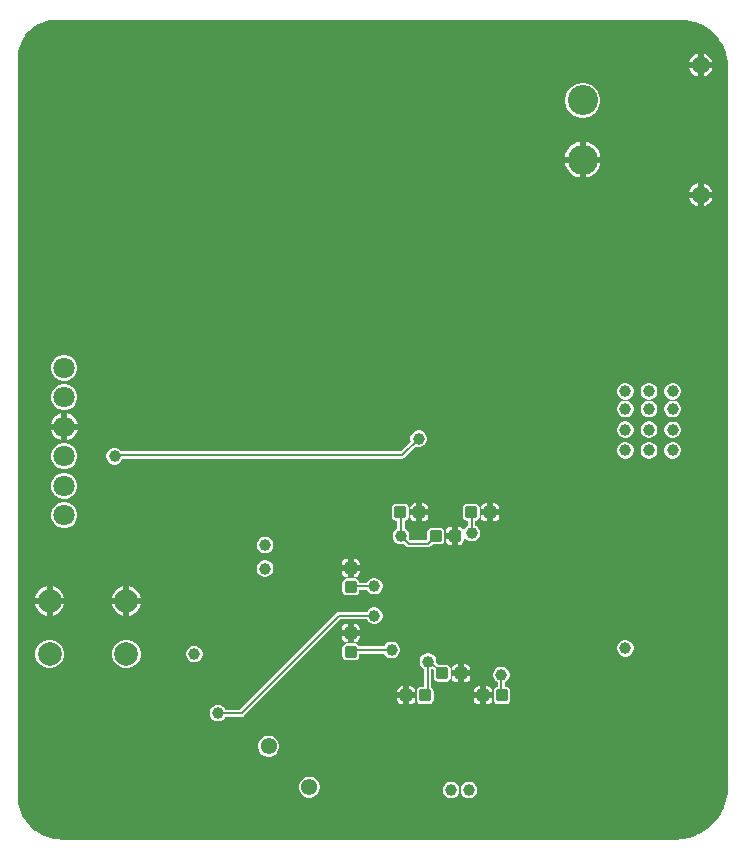
<source format=gbl>
G04*
G04 #@! TF.GenerationSoftware,Altium Limited,Altium Designer,24.4.1 (13)*
G04*
G04 Layer_Physical_Order=4*
G04 Layer_Color=16711680*
%FSLAX25Y25*%
%MOIN*%
G70*
G04*
G04 #@! TF.SameCoordinates,15B434A4-4527-47F9-A3CB-D7505B607EAD*
G04*
G04*
G04 #@! TF.FilePolarity,Positive*
G04*
G01*
G75*
%ADD11C,0.00787*%
G04:AMPARAMS|DCode=31|XSize=39.37mil|YSize=39.37mil|CornerRadius=4.92mil|HoleSize=0mil|Usage=FLASHONLY|Rotation=90.000|XOffset=0mil|YOffset=0mil|HoleType=Round|Shape=RoundedRectangle|*
%AMROUNDEDRECTD31*
21,1,0.03937,0.02953,0,0,90.0*
21,1,0.02953,0.03937,0,0,90.0*
1,1,0.00984,0.01476,0.01476*
1,1,0.00984,0.01476,-0.01476*
1,1,0.00984,-0.01476,-0.01476*
1,1,0.00984,-0.01476,0.01476*
%
%ADD31ROUNDEDRECTD31*%
G04:AMPARAMS|DCode=33|XSize=39.37mil|YSize=39.37mil|CornerRadius=4.92mil|HoleSize=0mil|Usage=FLASHONLY|Rotation=180.000|XOffset=0mil|YOffset=0mil|HoleType=Round|Shape=RoundedRectangle|*
%AMROUNDEDRECTD33*
21,1,0.03937,0.02953,0,0,180.0*
21,1,0.02953,0.03937,0,0,180.0*
1,1,0.00984,-0.01476,0.01476*
1,1,0.00984,0.01476,0.01476*
1,1,0.00984,0.01476,-0.01476*
1,1,0.00984,-0.01476,-0.01476*
%
%ADD33ROUNDEDRECTD33*%
%ADD66C,0.05433*%
%ADD67C,0.07087*%
%ADD68C,0.10039*%
%ADD69C,0.05906*%
%ADD70C,0.07874*%
%ADD71C,0.03937*%
G36*
X320516Y494859D02*
X320866Y494859D01*
X321214Y494852D01*
X323000Y494712D01*
X323445Y494653D01*
X325671Y494119D01*
X327925Y493185D01*
X329878Y491989D01*
X330234Y491715D01*
X331657Y490500D01*
X332035Y490122D01*
X333251Y488698D01*
X333524Y488342D01*
X334720Y486390D01*
X335654Y484136D01*
X336189Y481909D01*
X336247Y481464D01*
X336388Y479678D01*
X336394Y479331D01*
D01*
X336394Y478989D01*
Y239173D01*
X336394Y239173D01*
X336394Y239173D01*
X336382Y238828D01*
X336266Y237049D01*
X336224Y236730D01*
X335840Y234801D01*
X335756Y234489D01*
X335124Y232627D01*
X335001Y232328D01*
X334131Y230565D01*
X333969Y230285D01*
X332877Y228650D01*
X332680Y228394D01*
X331384Y226915D01*
X331155Y226687D01*
X329677Y225390D01*
X329421Y225194D01*
X327786Y224101D01*
X327506Y223940D01*
X325742Y223070D01*
X325444Y222947D01*
X323582Y222315D01*
X323270Y222231D01*
X321341Y221847D01*
X321022Y221805D01*
X319059Y221677D01*
X318898D01*
X318898Y221677D01*
X114173D01*
X114173Y221677D01*
Y221677D01*
X113827Y221686D01*
X112143Y221818D01*
X111774Y221867D01*
X109673Y222371D01*
X107562Y223246D01*
X105720Y224375D01*
X105425Y224601D01*
X104051Y225775D01*
X103728Y226098D01*
X102554Y227473D01*
X102328Y227767D01*
X101198Y229609D01*
X100324Y231721D01*
X99820Y233822D01*
X99771Y234190D01*
X99639Y235874D01*
X99629Y236220D01*
X99629D01*
X99629Y481933D01*
X99629Y482283D01*
X99629Y482283D01*
X99645Y482627D01*
X99761Y484108D01*
X99789Y484323D01*
X100234Y486173D01*
X100989Y487998D01*
X101983Y489620D01*
X102115Y489792D01*
X103206Y491069D01*
X103419Y491282D01*
X104696Y492373D01*
X104868Y492505D01*
X106490Y493499D01*
X108315Y494255D01*
X110165Y494699D01*
X110380Y494727D01*
X111861Y494844D01*
X112205Y494859D01*
X112205Y494859D01*
X320516Y494859D01*
D02*
G37*
%LPC*%
G36*
X328295Y483663D02*
Y480839D01*
X331119D01*
X330979Y481364D01*
X330458Y482266D01*
X329722Y483002D01*
X328821Y483522D01*
X328295Y483663D01*
D02*
G37*
G36*
X326295Y483663D02*
X325770Y483522D01*
X324868Y483002D01*
X324132Y482266D01*
X323612Y481364D01*
X323471Y480839D01*
X326295D01*
Y483663D01*
D02*
G37*
G36*
X331119Y478839D02*
X328295D01*
Y476014D01*
X328821Y476155D01*
X329722Y476676D01*
X330458Y477412D01*
X330979Y478313D01*
X331119Y478839D01*
D02*
G37*
G36*
X326295D02*
X323471D01*
X323612Y478313D01*
X324132Y477412D01*
X324868Y476676D01*
X325770Y476155D01*
X326295Y476014D01*
Y478839D01*
D02*
G37*
G36*
X288497Y473835D02*
X287353D01*
X286231Y473611D01*
X285174Y473174D01*
X284223Y472538D01*
X283415Y471729D01*
X282779Y470778D01*
X282341Y469721D01*
X282118Y468600D01*
Y467456D01*
X282341Y466334D01*
X282779Y465277D01*
X283415Y464326D01*
X284223Y463517D01*
X285174Y462881D01*
X286231Y462444D01*
X287353Y462220D01*
X288497D01*
X289619Y462444D01*
X290676Y462881D01*
X291627Y463517D01*
X292436Y464326D01*
X293071Y465277D01*
X293509Y466334D01*
X293732Y467456D01*
Y468600D01*
X293509Y469721D01*
X293071Y470778D01*
X292436Y471729D01*
X291627Y472538D01*
X290676Y473174D01*
X289619Y473611D01*
X288497Y473835D01*
D02*
G37*
G36*
X288925Y454281D02*
Y449342D01*
X293864D01*
X293713Y450098D01*
X293260Y451194D01*
X292601Y452180D01*
X291762Y453018D01*
X290777Y453677D01*
X289681Y454131D01*
X288925Y454281D01*
D02*
G37*
G36*
X286925D02*
X286169Y454131D01*
X285074Y453677D01*
X284088Y453018D01*
X283249Y452180D01*
X282591Y451194D01*
X282137Y450098D01*
X281986Y449342D01*
X286925D01*
Y454281D01*
D02*
G37*
G36*
X293864Y447342D02*
X288925D01*
Y442404D01*
X289681Y442554D01*
X290777Y443008D01*
X291762Y443667D01*
X292601Y444505D01*
X293260Y445491D01*
X293713Y446587D01*
X293864Y447342D01*
D02*
G37*
G36*
X286925D02*
X281986D01*
X282137Y446587D01*
X282591Y445491D01*
X283249Y444505D01*
X284088Y443667D01*
X285074Y443008D01*
X286169Y442554D01*
X286925Y442404D01*
Y447342D01*
D02*
G37*
G36*
X328295Y440356D02*
Y437532D01*
X331119D01*
X330979Y438057D01*
X330458Y438959D01*
X329722Y439694D01*
X328821Y440215D01*
X328295Y440356D01*
D02*
G37*
G36*
X326295D02*
X325770Y440215D01*
X324868Y439694D01*
X324132Y438959D01*
X323612Y438057D01*
X323471Y437532D01*
X326295D01*
Y440356D01*
D02*
G37*
G36*
Y435532D02*
X323471D01*
X323612Y435006D01*
X324132Y434104D01*
X324868Y433368D01*
X325770Y432848D01*
X326295Y432707D01*
Y435532D01*
D02*
G37*
G36*
X331119D02*
X328295D01*
Y432707D01*
X328821Y432848D01*
X329722Y433368D01*
X330458Y434104D01*
X330979Y435006D01*
X331119Y435532D01*
D02*
G37*
G36*
X115728Y383268D02*
X114587D01*
X113486Y382973D01*
X112498Y382402D01*
X111692Y381596D01*
X111122Y380609D01*
X110827Y379507D01*
Y378367D01*
X111122Y377265D01*
X111692Y376278D01*
X112498Y375472D01*
X113486Y374901D01*
X114587Y374606D01*
X115728D01*
X116829Y374901D01*
X117817Y375472D01*
X118623Y376278D01*
X119193Y377265D01*
X119488Y378367D01*
Y379507D01*
X119193Y380609D01*
X118623Y381596D01*
X117817Y382402D01*
X116829Y382973D01*
X115728Y383268D01*
D02*
G37*
G36*
X318276Y373819D02*
X317551D01*
X316850Y373631D01*
X316221Y373268D01*
X315708Y372755D01*
X315345Y372127D01*
X315158Y371426D01*
Y370700D01*
X315345Y369999D01*
X315708Y369371D01*
X316221Y368858D01*
X316850Y368495D01*
X317551Y368307D01*
X318276D01*
X318977Y368495D01*
X319605Y368858D01*
X320119Y369371D01*
X320481Y369999D01*
X320669Y370700D01*
Y371426D01*
X320481Y372127D01*
X320119Y372755D01*
X319605Y373268D01*
X318977Y373631D01*
X318276Y373819D01*
D02*
G37*
G36*
X310402D02*
X309677D01*
X308976Y373631D01*
X308347Y373268D01*
X307834Y372755D01*
X307471Y372127D01*
X307283Y371426D01*
Y370700D01*
X307471Y369999D01*
X307834Y369371D01*
X308347Y368858D01*
X308976Y368495D01*
X309677Y368307D01*
X310402D01*
X311103Y368495D01*
X311732Y368858D01*
X312245Y369371D01*
X312608Y369999D01*
X312795Y370700D01*
Y371426D01*
X312608Y372127D01*
X312245Y372755D01*
X311732Y373268D01*
X311103Y373631D01*
X310402Y373819D01*
D02*
G37*
G36*
X302528D02*
X301802D01*
X301102Y373631D01*
X300473Y373268D01*
X299960Y372755D01*
X299597Y372127D01*
X299410Y371426D01*
Y370700D01*
X299597Y369999D01*
X299960Y369371D01*
X300473Y368858D01*
X301102Y368495D01*
X301802Y368307D01*
X302528D01*
X303229Y368495D01*
X303857Y368858D01*
X304371Y369371D01*
X304733Y369999D01*
X304921Y370700D01*
Y371426D01*
X304733Y372127D01*
X304371Y372755D01*
X303857Y373268D01*
X303229Y373631D01*
X302528Y373819D01*
D02*
G37*
G36*
X115728Y373425D02*
X114587D01*
X113486Y373130D01*
X112498Y372560D01*
X111692Y371754D01*
X111122Y370766D01*
X110827Y369665D01*
Y368524D01*
X111122Y367423D01*
X111692Y366435D01*
X112498Y365629D01*
X113486Y365059D01*
X114587Y364764D01*
X115728D01*
X116829Y365059D01*
X117817Y365629D01*
X118623Y366435D01*
X119193Y367423D01*
X119488Y368524D01*
Y369665D01*
X119193Y370766D01*
X118623Y371754D01*
X117817Y372560D01*
X116829Y373130D01*
X115728Y373425D01*
D02*
G37*
G36*
X310402Y367929D02*
X309677D01*
X308976Y367741D01*
X308347Y367378D01*
X307834Y366865D01*
X307471Y366237D01*
X307283Y365536D01*
Y364810D01*
X307471Y364109D01*
X307834Y363481D01*
X308347Y362968D01*
X308976Y362605D01*
X309677Y362417D01*
X310402D01*
X311103Y362605D01*
X311732Y362968D01*
X312245Y363481D01*
X312608Y364109D01*
X312795Y364810D01*
Y365536D01*
X312608Y366237D01*
X312245Y366865D01*
X311732Y367378D01*
X311103Y367741D01*
X310402Y367929D01*
D02*
G37*
G36*
X302528D02*
X301802D01*
X301102Y367741D01*
X300473Y367378D01*
X299960Y366865D01*
X299597Y366237D01*
X299410Y365536D01*
Y364810D01*
X299597Y364109D01*
X299960Y363481D01*
X300473Y362968D01*
X301102Y362605D01*
X301802Y362417D01*
X302528D01*
X303229Y362605D01*
X303857Y362968D01*
X304371Y363481D01*
X304733Y364109D01*
X304921Y364810D01*
Y365536D01*
X304733Y366237D01*
X304371Y366865D01*
X303857Y367378D01*
X303229Y367741D01*
X302528Y367929D01*
D02*
G37*
G36*
X318276Y367913D02*
X317551D01*
X316850Y367726D01*
X316221Y367363D01*
X315708Y366850D01*
X315345Y366221D01*
X315158Y365520D01*
Y364795D01*
X315345Y364094D01*
X315708Y363465D01*
X316221Y362952D01*
X316850Y362589D01*
X317551Y362402D01*
X318276D01*
X318977Y362589D01*
X319605Y362952D01*
X320119Y363465D01*
X320481Y364094D01*
X320669Y364795D01*
Y365520D01*
X320481Y366221D01*
X320119Y366850D01*
X319605Y367363D01*
X318977Y367726D01*
X318276Y367913D01*
D02*
G37*
G36*
X116157Y363688D02*
Y360252D01*
X119593D01*
X119391Y361006D01*
X118793Y362042D01*
X117947Y362888D01*
X116911Y363486D01*
X116157Y363688D01*
D02*
G37*
G36*
X114157D02*
X113404Y363486D01*
X112368Y362888D01*
X111522Y362042D01*
X110924Y361006D01*
X110722Y360252D01*
X114157D01*
Y363688D01*
D02*
G37*
G36*
X310402Y361024D02*
X309677D01*
X308976Y360836D01*
X308347Y360473D01*
X307834Y359960D01*
X307471Y359331D01*
X307283Y358630D01*
Y357905D01*
X307471Y357204D01*
X307834Y356576D01*
X308347Y356062D01*
X308976Y355700D01*
X309677Y355512D01*
X310402D01*
X311103Y355700D01*
X311732Y356062D01*
X312245Y356576D01*
X312608Y357204D01*
X312795Y357905D01*
Y358630D01*
X312608Y359331D01*
X312245Y359960D01*
X311732Y360473D01*
X311103Y360836D01*
X310402Y361024D01*
D02*
G37*
G36*
X302528D02*
X301802D01*
X301102Y360836D01*
X300473Y360473D01*
X299960Y359960D01*
X299597Y359331D01*
X299410Y358630D01*
Y357905D01*
X299597Y357204D01*
X299960Y356576D01*
X300473Y356062D01*
X301102Y355700D01*
X301802Y355512D01*
X302528D01*
X303229Y355700D01*
X303857Y356062D01*
X304371Y356576D01*
X304733Y357204D01*
X304921Y357905D01*
Y358630D01*
X304733Y359331D01*
X304371Y359960D01*
X303857Y360473D01*
X303229Y360836D01*
X302528Y361024D01*
D02*
G37*
G36*
X318276Y361008D02*
X317551D01*
X316850Y360820D01*
X316221Y360457D01*
X315708Y359944D01*
X315345Y359316D01*
X315158Y358615D01*
Y357889D01*
X315345Y357188D01*
X315708Y356560D01*
X316221Y356047D01*
X316850Y355684D01*
X317551Y355496D01*
X318276D01*
X318977Y355684D01*
X319605Y356047D01*
X320119Y356560D01*
X320481Y357188D01*
X320669Y357889D01*
Y358615D01*
X320481Y359316D01*
X320119Y359944D01*
X319605Y360457D01*
X318977Y360820D01*
X318276Y361008D01*
D02*
G37*
G36*
X119593Y358252D02*
X116157D01*
Y354816D01*
X116911Y355018D01*
X117947Y355616D01*
X118793Y356462D01*
X119391Y357498D01*
X119593Y358252D01*
D02*
G37*
G36*
X114157D02*
X110722D01*
X110924Y357498D01*
X111522Y356462D01*
X112368Y355616D01*
X113404Y355018D01*
X114157Y354816D01*
Y358252D01*
D02*
G37*
G36*
X233630Y358071D02*
X232905D01*
X232204Y357883D01*
X231576Y357520D01*
X231062Y357007D01*
X230700Y356379D01*
X230512Y355678D01*
Y354952D01*
X230658Y354408D01*
X227273Y351023D01*
X134140D01*
X134095Y351102D01*
X133582Y351615D01*
X132954Y351977D01*
X132253Y352165D01*
X131527D01*
X130826Y351977D01*
X130198Y351615D01*
X129684Y351102D01*
X129322Y350473D01*
X129134Y349772D01*
Y349047D01*
X129322Y348346D01*
X129684Y347717D01*
X130198Y347204D01*
X130826Y346841D01*
X131527Y346654D01*
X132253D01*
X132954Y346841D01*
X133582Y347204D01*
X134095Y347717D01*
X134458Y348346D01*
X134530Y348615D01*
X227772D01*
X227772Y348615D01*
X228233Y348706D01*
X228623Y348967D01*
X232361Y352705D01*
X232905Y352559D01*
X233630D01*
X234331Y352747D01*
X234960Y353110D01*
X235473Y353623D01*
X235836Y354251D01*
X236024Y354952D01*
Y355678D01*
X235836Y356379D01*
X235473Y357007D01*
X234960Y357520D01*
X234331Y357883D01*
X233630Y358071D01*
D02*
G37*
G36*
X310402Y354150D02*
X309677D01*
X308976Y353962D01*
X308347Y353599D01*
X307834Y353086D01*
X307471Y352457D01*
X307283Y351757D01*
Y351031D01*
X307471Y350330D01*
X307834Y349702D01*
X308347Y349188D01*
X308976Y348826D01*
X309677Y348638D01*
X310402D01*
X311103Y348826D01*
X311732Y349188D01*
X312245Y349702D01*
X312608Y350330D01*
X312795Y351031D01*
Y351757D01*
X312608Y352457D01*
X312245Y353086D01*
X311732Y353599D01*
X311103Y353962D01*
X310402Y354150D01*
D02*
G37*
G36*
X302528D02*
X301802D01*
X301102Y353962D01*
X300473Y353599D01*
X299960Y353086D01*
X299597Y352457D01*
X299410Y351757D01*
Y351031D01*
X299597Y350330D01*
X299960Y349702D01*
X300473Y349188D01*
X301102Y348826D01*
X301802Y348638D01*
X302528D01*
X303229Y348826D01*
X303857Y349188D01*
X304371Y349702D01*
X304733Y350330D01*
X304921Y351031D01*
Y351757D01*
X304733Y352457D01*
X304371Y353086D01*
X303857Y353599D01*
X303229Y353962D01*
X302528Y354150D01*
D02*
G37*
G36*
X318276Y354134D02*
X317551D01*
X316850Y353946D01*
X316221Y353583D01*
X315708Y353070D01*
X315345Y352442D01*
X315158Y351741D01*
Y351015D01*
X315345Y350314D01*
X315708Y349686D01*
X316221Y349173D01*
X316850Y348810D01*
X317551Y348622D01*
X318276D01*
X318977Y348810D01*
X319605Y349173D01*
X320119Y349686D01*
X320481Y350314D01*
X320669Y351015D01*
Y351741D01*
X320481Y352442D01*
X320119Y353070D01*
X319605Y353583D01*
X318977Y353946D01*
X318276Y354134D01*
D02*
G37*
G36*
X115728Y353740D02*
X114587D01*
X113486Y353445D01*
X112498Y352875D01*
X111692Y352069D01*
X111122Y351081D01*
X110827Y349980D01*
Y348839D01*
X111122Y347738D01*
X111692Y346750D01*
X112498Y345944D01*
X113486Y345374D01*
X114587Y345079D01*
X115728D01*
X116829Y345374D01*
X117817Y345944D01*
X118623Y346750D01*
X119193Y347738D01*
X119488Y348839D01*
Y349980D01*
X119193Y351081D01*
X118623Y352069D01*
X117817Y352875D01*
X116829Y353445D01*
X115728Y353740D01*
D02*
G37*
G36*
Y343898D02*
X114587D01*
X113486Y343602D01*
X112498Y343032D01*
X111692Y342226D01*
X111122Y341238D01*
X110827Y340137D01*
Y338997D01*
X111122Y337895D01*
X111692Y336908D01*
X112498Y336102D01*
X113486Y335531D01*
X114587Y335236D01*
X115728D01*
X116829Y335531D01*
X117817Y336102D01*
X118623Y336908D01*
X119193Y337895D01*
X119488Y338997D01*
Y340137D01*
X119193Y341238D01*
X118623Y342226D01*
X117817Y343032D01*
X116829Y343602D01*
X115728Y343898D01*
D02*
G37*
G36*
X258563Y333706D02*
X258087D01*
Y331709D01*
X260084D01*
Y332185D01*
X259968Y332767D01*
X259639Y333261D01*
X259145Y333591D01*
X258563Y333706D01*
D02*
G37*
G36*
X234941D02*
X234465D01*
Y331709D01*
X236462D01*
Y332185D01*
X236347Y332767D01*
X236017Y333261D01*
X235523Y333591D01*
X234941Y333706D01*
D02*
G37*
G36*
X232465D02*
X231988D01*
X231406Y333591D01*
X230912Y333261D01*
X230583Y332767D01*
X230467Y332185D01*
Y331709D01*
X232465D01*
Y333706D01*
D02*
G37*
G36*
X256087D02*
X255610D01*
X255028Y333591D01*
X254535Y333261D01*
X254205Y332767D01*
X254089Y332185D01*
Y331709D01*
X256087D01*
Y333706D01*
D02*
G37*
G36*
X260084Y329709D02*
X258087D01*
Y327711D01*
X258563D01*
X259145Y327827D01*
X259639Y328156D01*
X259968Y328650D01*
X260084Y329232D01*
Y329709D01*
D02*
G37*
G36*
X256087D02*
X254089D01*
Y329232D01*
X254205Y328650D01*
X254535Y328156D01*
X255028Y327827D01*
X255610Y327711D01*
X256087D01*
Y329709D01*
D02*
G37*
G36*
X236462D02*
X234465D01*
Y327711D01*
X234941D01*
X235523Y327827D01*
X236017Y328156D01*
X236347Y328650D01*
X236462Y329232D01*
Y329709D01*
D02*
G37*
G36*
X232465D02*
X230467D01*
Y329232D01*
X230583Y328650D01*
X230912Y328156D01*
X231406Y327827D01*
X231988Y327711D01*
X232465D01*
Y329709D01*
D02*
G37*
G36*
X115728Y334055D02*
X114587D01*
X113486Y333760D01*
X112498Y333190D01*
X111692Y332383D01*
X111122Y331396D01*
X110827Y330295D01*
Y329154D01*
X111122Y328053D01*
X111692Y327065D01*
X112498Y326259D01*
X113486Y325689D01*
X114587Y325394D01*
X115728D01*
X116829Y325689D01*
X117817Y326259D01*
X118623Y327065D01*
X119193Y328053D01*
X119488Y329154D01*
Y330295D01*
X119193Y331396D01*
X118623Y332383D01*
X117817Y333190D01*
X116829Y333760D01*
X115728Y334055D01*
D02*
G37*
G36*
X252264Y333490D02*
X249311D01*
X248812Y333390D01*
X248389Y333107D01*
X248106Y332684D01*
X248006Y332185D01*
Y329232D01*
X248106Y328733D01*
X248389Y328310D01*
X248812Y328027D01*
X249311Y327928D01*
X249780D01*
Y326306D01*
X249292Y326024D01*
X248779Y325511D01*
X248480Y324993D01*
X248428Y324977D01*
X248138Y324976D01*
X248092Y324991D01*
X247828Y325387D01*
X247334Y325717D01*
X246752Y325832D01*
X246276D01*
Y322835D01*
Y319837D01*
X246752D01*
X247334Y319953D01*
X247828Y320283D01*
X248158Y320776D01*
X248273Y321358D01*
Y322303D01*
X248623Y322396D01*
X248779Y322127D01*
X249292Y321614D01*
X249921Y321251D01*
X250621Y321063D01*
X251347D01*
X252048Y321251D01*
X252676Y321614D01*
X253189Y322127D01*
X253552Y322755D01*
X253740Y323456D01*
Y324182D01*
X253552Y324883D01*
X253189Y325511D01*
X252676Y326024D01*
X252188Y326306D01*
Y327928D01*
X252264D01*
X252763Y328027D01*
X253186Y328310D01*
X253469Y328733D01*
X253568Y329232D01*
Y332185D01*
X253469Y332684D01*
X253186Y333107D01*
X252763Y333390D01*
X252264Y333490D01*
D02*
G37*
G36*
X244276Y325832D02*
X243799D01*
X243217Y325717D01*
X242723Y325387D01*
X242394Y324893D01*
X242278Y324311D01*
Y323835D01*
X244276D01*
Y325832D01*
D02*
G37*
G36*
Y321835D02*
X242278D01*
Y321358D01*
X242394Y320776D01*
X242723Y320283D01*
X243217Y319953D01*
X243799Y319837D01*
X244276D01*
Y321835D01*
D02*
G37*
G36*
X228642Y333490D02*
X225689D01*
X225190Y333390D01*
X224766Y333107D01*
X224484Y332684D01*
X224384Y332185D01*
Y329232D01*
X224484Y328733D01*
X224766Y328310D01*
X225190Y328027D01*
X225689Y327928D01*
X226158D01*
Y325322D01*
X225670Y325040D01*
X225157Y324527D01*
X224794Y323898D01*
X224606Y323198D01*
Y322472D01*
X224794Y321771D01*
X225157Y321143D01*
X225670Y320629D01*
X226298Y320267D01*
X226999Y320079D01*
X227725D01*
X228269Y320225D01*
X229109Y319385D01*
X229109Y319385D01*
X229499Y319124D01*
X229960Y319033D01*
X229960Y319033D01*
X236378D01*
X236378Y319033D01*
X236839Y319124D01*
X237230Y319385D01*
X237898Y320054D01*
X240453D01*
X240952Y320153D01*
X241375Y320436D01*
X241658Y320859D01*
X241757Y321358D01*
Y324311D01*
X241658Y324810D01*
X241375Y325234D01*
X240952Y325516D01*
X240453Y325616D01*
X237500D01*
X237001Y325516D01*
X236578Y325234D01*
X236295Y324810D01*
X236195Y324311D01*
Y321757D01*
X235880Y321441D01*
X230459D01*
X229972Y321928D01*
X230118Y322472D01*
Y323198D01*
X229930Y323898D01*
X229568Y324527D01*
X229054Y325040D01*
X228566Y325322D01*
Y327928D01*
X228642D01*
X229141Y328027D01*
X229564Y328310D01*
X229847Y328733D01*
X229946Y329232D01*
Y332185D01*
X229847Y332684D01*
X229564Y333107D01*
X229141Y333390D01*
X228642Y333490D01*
D02*
G37*
G36*
X182449Y322638D02*
X181724D01*
X181023Y322450D01*
X180394Y322087D01*
X179881Y321574D01*
X179518Y320946D01*
X179331Y320245D01*
Y319519D01*
X179518Y318818D01*
X179881Y318190D01*
X180394Y317677D01*
X181023Y317314D01*
X181724Y317126D01*
X182449D01*
X183150Y317314D01*
X183779Y317677D01*
X184292Y318190D01*
X184655Y318818D01*
X184843Y319519D01*
Y320245D01*
X184655Y320946D01*
X184292Y321574D01*
X183779Y322087D01*
X183150Y322450D01*
X182449Y322638D01*
D02*
G37*
G36*
X212106Y315202D02*
X211630D01*
Y313205D01*
X213628D01*
Y313681D01*
X213512Y314263D01*
X213182Y314757D01*
X212688Y315087D01*
X212106Y315202D01*
D02*
G37*
G36*
X209630D02*
X209154D01*
X208571Y315087D01*
X208078Y314757D01*
X207748Y314263D01*
X207632Y313681D01*
Y313205D01*
X209630D01*
Y315202D01*
D02*
G37*
G36*
X182449Y314764D02*
X181724D01*
X181023Y314576D01*
X180394Y314213D01*
X179881Y313700D01*
X179518Y313072D01*
X179331Y312371D01*
Y311645D01*
X179518Y310944D01*
X179881Y310316D01*
X180394Y309803D01*
X181023Y309440D01*
X181724Y309252D01*
X182449D01*
X183150Y309440D01*
X183779Y309803D01*
X184292Y310316D01*
X184655Y310944D01*
X184843Y311645D01*
Y312371D01*
X184655Y313072D01*
X184292Y313700D01*
X183779Y314213D01*
X183150Y314576D01*
X182449Y314764D01*
D02*
G37*
G36*
X213628Y311205D02*
X211630D01*
Y309207D01*
X212106D01*
X212688Y309323D01*
X213182Y309653D01*
X213512Y310146D01*
X213628Y310728D01*
Y311205D01*
D02*
G37*
G36*
X209630D02*
X207632D01*
Y310728D01*
X207748Y310146D01*
X208078Y309653D01*
X208571Y309323D01*
X209154Y309207D01*
X209630D01*
Y311205D01*
D02*
G37*
G36*
X218867Y308858D02*
X218141D01*
X217440Y308670D01*
X216812Y308308D01*
X216299Y307794D01*
X216017Y307307D01*
X213411D01*
Y307382D01*
X213312Y307881D01*
X213029Y308304D01*
X212606Y308587D01*
X212106Y308686D01*
X209154D01*
X208654Y308587D01*
X208231Y308304D01*
X207948Y307881D01*
X207849Y307382D01*
Y304429D01*
X207948Y303930D01*
X208231Y303507D01*
X208654Y303224D01*
X209154Y303124D01*
X212106D01*
X212606Y303224D01*
X213029Y303507D01*
X213312Y303930D01*
X213411Y304429D01*
Y304898D01*
X216017D01*
X216299Y304410D01*
X216812Y303897D01*
X217440Y303534D01*
X218141Y303346D01*
X218867D01*
X219568Y303534D01*
X220196Y303897D01*
X220709Y304410D01*
X221072Y305039D01*
X221260Y305739D01*
Y306465D01*
X221072Y307166D01*
X220709Y307794D01*
X220196Y308308D01*
X219568Y308670D01*
X218867Y308858D01*
D02*
G37*
G36*
X136827Y306024D02*
Y302181D01*
X140670D01*
X140427Y303087D01*
X139777Y304212D01*
X138858Y305132D01*
X137732Y305782D01*
X136827Y306024D01*
D02*
G37*
G36*
X134827D02*
X133921Y305782D01*
X132795Y305132D01*
X131876Y304212D01*
X131226Y303087D01*
X130984Y302181D01*
X134827D01*
Y306024D01*
D02*
G37*
G36*
X111236D02*
Y302181D01*
X115079D01*
X114837Y303087D01*
X114187Y304212D01*
X113268Y305132D01*
X112142Y305782D01*
X111236Y306024D01*
D02*
G37*
G36*
X109236D02*
X108331Y305782D01*
X107205Y305132D01*
X106286Y304212D01*
X105636Y303087D01*
X105393Y302181D01*
X109236D01*
Y306024D01*
D02*
G37*
G36*
X140670Y300181D02*
X136827D01*
Y296338D01*
X137732Y296581D01*
X138858Y297231D01*
X139777Y298150D01*
X140427Y299275D01*
X140670Y300181D01*
D02*
G37*
G36*
X134827D02*
X130984D01*
X131226Y299275D01*
X131876Y298150D01*
X132795Y297231D01*
X133921Y296581D01*
X134827Y296338D01*
Y300181D01*
D02*
G37*
G36*
X115079D02*
X111236D01*
Y296338D01*
X112142Y296581D01*
X113268Y297231D01*
X114187Y298150D01*
X114837Y299275D01*
X115079Y300181D01*
D02*
G37*
G36*
X109236D02*
X105393D01*
X105636Y299275D01*
X106286Y298150D01*
X107205Y297231D01*
X108331Y296581D01*
X109236Y296338D01*
Y300181D01*
D02*
G37*
G36*
X218867Y299016D02*
X218141D01*
X217440Y298828D01*
X216812Y298465D01*
X216299Y297952D01*
X216017Y297464D01*
X206693D01*
X206232Y297372D01*
X205841Y297111D01*
X205841Y297111D01*
X173714Y264984D01*
X168825D01*
X168544Y265472D01*
X168031Y265985D01*
X167402Y266348D01*
X166701Y266535D01*
X165976D01*
X165275Y266348D01*
X164646Y265985D01*
X164133Y265472D01*
X163770Y264843D01*
X163583Y264142D01*
Y263417D01*
X163770Y262716D01*
X164133Y262087D01*
X164646Y261574D01*
X165275Y261211D01*
X165976Y261024D01*
X166701D01*
X167402Y261211D01*
X168031Y261574D01*
X168544Y262087D01*
X168825Y262575D01*
X174213D01*
X174213Y262575D01*
X174673Y262667D01*
X175064Y262928D01*
X207192Y295056D01*
X216017D01*
X216299Y294568D01*
X216812Y294055D01*
X217440Y293692D01*
X218141Y293504D01*
X218867D01*
X219568Y293692D01*
X220196Y294055D01*
X220709Y294568D01*
X221072Y295196D01*
X221260Y295897D01*
Y296623D01*
X221072Y297324D01*
X220709Y297952D01*
X220196Y298465D01*
X219568Y298828D01*
X218867Y299016D01*
D02*
G37*
G36*
X212106Y293549D02*
X211630D01*
Y291551D01*
X213628D01*
Y292028D01*
X213512Y292610D01*
X213182Y293103D01*
X212688Y293433D01*
X212106Y293549D01*
D02*
G37*
G36*
X209630D02*
X209154D01*
X208571Y293433D01*
X208078Y293103D01*
X207748Y292610D01*
X207632Y292028D01*
Y291551D01*
X209630D01*
Y293549D01*
D02*
G37*
G36*
X213628Y289551D02*
X211630D01*
Y287554D01*
X212106D01*
X212688Y287669D01*
X213182Y287999D01*
X213512Y288493D01*
X213628Y289075D01*
Y289551D01*
D02*
G37*
G36*
X209630D02*
X207632D01*
Y289075D01*
X207748Y288493D01*
X208078Y287999D01*
X208571Y287669D01*
X209154Y287554D01*
X209630D01*
Y289551D01*
D02*
G37*
G36*
X224575Y287567D02*
X223850D01*
X223149Y287380D01*
X222520Y287017D01*
X222007Y286504D01*
X221726Y286016D01*
X213354D01*
X213312Y286228D01*
X213029Y286651D01*
X212606Y286934D01*
X212106Y287033D01*
X209154D01*
X208654Y286934D01*
X208231Y286651D01*
X207948Y286228D01*
X207849Y285728D01*
Y282776D01*
X207948Y282276D01*
X208231Y281853D01*
X208654Y281570D01*
X209154Y281471D01*
X212106D01*
X212606Y281570D01*
X213029Y281853D01*
X213312Y282276D01*
X213411Y282776D01*
Y283607D01*
X221726D01*
X222007Y283120D01*
X222520Y282606D01*
X223149Y282244D01*
X223850Y282056D01*
X224575D01*
X225276Y282244D01*
X225905Y282606D01*
X226418Y283120D01*
X226781Y283748D01*
X226969Y284449D01*
Y285174D01*
X226781Y285875D01*
X226418Y286504D01*
X225905Y287017D01*
X225276Y287380D01*
X224575Y287567D01*
D02*
G37*
G36*
X302528Y288189D02*
X301802D01*
X301102Y288001D01*
X300473Y287638D01*
X299960Y287125D01*
X299597Y286497D01*
X299410Y285796D01*
Y285070D01*
X299597Y284369D01*
X299960Y283741D01*
X300473Y283228D01*
X301102Y282865D01*
X301802Y282677D01*
X302528D01*
X303229Y282865D01*
X303857Y283228D01*
X304371Y283741D01*
X304733Y284369D01*
X304921Y285070D01*
Y285796D01*
X304733Y286497D01*
X304371Y287125D01*
X303857Y287638D01*
X303229Y288001D01*
X302528Y288189D01*
D02*
G37*
G36*
X158827Y286221D02*
X158102D01*
X157401Y286033D01*
X156772Y285670D01*
X156259Y285157D01*
X155896Y284528D01*
X155709Y283827D01*
Y283102D01*
X155896Y282401D01*
X156259Y281772D01*
X156772Y281259D01*
X157401Y280896D01*
X158102Y280709D01*
X158827D01*
X159528Y280896D01*
X160157Y281259D01*
X160670Y281772D01*
X161033Y282401D01*
X161221Y283102D01*
Y283827D01*
X161033Y284528D01*
X160670Y285157D01*
X160157Y285670D01*
X159528Y286033D01*
X158827Y286221D01*
D02*
G37*
G36*
X136449Y288189D02*
X135205D01*
X134003Y287867D01*
X132926Y287245D01*
X132046Y286365D01*
X131424Y285288D01*
X131102Y284086D01*
Y282843D01*
X131424Y281641D01*
X132046Y280564D01*
X132926Y279684D01*
X134003Y279062D01*
X135205Y278740D01*
X136449D01*
X137650Y279062D01*
X138728Y279684D01*
X139607Y280564D01*
X140229Y281641D01*
X140551Y282843D01*
Y284086D01*
X140229Y285288D01*
X139607Y286365D01*
X138728Y287245D01*
X137650Y287867D01*
X136449Y288189D01*
D02*
G37*
G36*
X110858D02*
X109614D01*
X108413Y287867D01*
X107335Y287245D01*
X106456Y286365D01*
X105834Y285288D01*
X105512Y284086D01*
Y282843D01*
X105834Y281641D01*
X106456Y280564D01*
X107335Y279684D01*
X108413Y279062D01*
X109614Y278740D01*
X110858D01*
X112060Y279062D01*
X113137Y279684D01*
X114017Y280564D01*
X114639Y281641D01*
X114961Y282843D01*
Y284086D01*
X114639Y285288D01*
X114017Y286365D01*
X113137Y287245D01*
X112060Y287867D01*
X110858Y288189D01*
D02*
G37*
G36*
X248872Y280065D02*
X248396D01*
Y278067D01*
X250394D01*
Y278543D01*
X250278Y279125D01*
X249948Y279619D01*
X249455Y279949D01*
X248872Y280065D01*
D02*
G37*
G36*
X246396D02*
X245920D01*
X245337Y279949D01*
X244844Y279619D01*
X244514Y279125D01*
X244398Y278543D01*
Y278067D01*
X246396D01*
Y280065D01*
D02*
G37*
G36*
X236735Y283760D02*
X236010D01*
X235309Y283572D01*
X234680Y283209D01*
X234167Y282696D01*
X233804Y282068D01*
X233616Y281367D01*
Y280641D01*
X233804Y279940D01*
X234167Y279312D01*
X234680Y278799D01*
X235016Y278605D01*
Y272466D01*
X233957D01*
X233457Y272367D01*
X233034Y272084D01*
X232751Y271661D01*
X232652Y271161D01*
Y268209D01*
X232751Y267709D01*
X233034Y267286D01*
X233457Y267003D01*
X233957Y266904D01*
X236910D01*
X237409Y267003D01*
X237832Y267286D01*
X238115Y267709D01*
X238214Y268209D01*
Y271161D01*
X238115Y271661D01*
X237832Y272084D01*
X237425Y272356D01*
Y278433D01*
X237436Y278436D01*
X237775Y278632D01*
X238316Y278092D01*
Y275590D01*
X238415Y275091D01*
X238698Y274668D01*
X239121Y274385D01*
X239620Y274286D01*
X242573D01*
X243072Y274385D01*
X243496Y274668D01*
X243778Y275091D01*
X243878Y275590D01*
Y278543D01*
X243778Y279043D01*
X243496Y279466D01*
X243072Y279749D01*
X242573Y279848D01*
X239966D01*
X239128Y280685D01*
Y281367D01*
X238940Y282068D01*
X238578Y282696D01*
X238065Y283209D01*
X237436Y283572D01*
X236735Y283760D01*
D02*
G37*
G36*
X250394Y276067D02*
X248396D01*
Y274069D01*
X248872D01*
X249455Y274185D01*
X249948Y274515D01*
X250278Y275008D01*
X250394Y275590D01*
Y276067D01*
D02*
G37*
G36*
X246396D02*
X244398D01*
Y275590D01*
X244514Y275008D01*
X244844Y274515D01*
X245337Y274185D01*
X245920Y274069D01*
X246396D01*
Y276067D01*
D02*
G37*
G36*
X256201Y272683D02*
X255724D01*
Y270685D01*
X257722D01*
Y271161D01*
X257606Y271744D01*
X257277Y272237D01*
X256783Y272567D01*
X256201Y272683D01*
D02*
G37*
G36*
X253724D02*
X253248D01*
X252666Y272567D01*
X252172Y272237D01*
X251842Y271744D01*
X251727Y271161D01*
Y270685D01*
X253724D01*
Y272683D01*
D02*
G37*
G36*
X230610D02*
X230134D01*
Y270685D01*
X232132D01*
Y271161D01*
X232016Y271744D01*
X231686Y272237D01*
X231192Y272567D01*
X230610Y272683D01*
D02*
G37*
G36*
X228134D02*
X227658D01*
X227075Y272567D01*
X226582Y272237D01*
X226252Y271744D01*
X226136Y271161D01*
Y270685D01*
X228134D01*
Y272683D01*
D02*
G37*
G36*
X261190Y279331D02*
X260464D01*
X259763Y279143D01*
X259135Y278780D01*
X258622Y278267D01*
X258259Y277639D01*
X258071Y276938D01*
Y276212D01*
X258259Y275511D01*
X258622Y274883D01*
X259135Y274370D01*
X259623Y274088D01*
Y272466D01*
X259547D01*
X259048Y272367D01*
X258625Y272084D01*
X258342Y271661D01*
X258243Y271161D01*
Y268209D01*
X258342Y267709D01*
X258625Y267286D01*
X259048Y267003D01*
X259547Y266904D01*
X262500D01*
X262999Y267003D01*
X263422Y267286D01*
X263705Y267709D01*
X263805Y268209D01*
Y271161D01*
X263705Y271661D01*
X263422Y272084D01*
X262999Y272367D01*
X262500Y272466D01*
X262031D01*
Y274088D01*
X262519Y274370D01*
X263032Y274883D01*
X263395Y275511D01*
X263583Y276212D01*
Y276938D01*
X263395Y277639D01*
X263032Y278267D01*
X262519Y278780D01*
X261891Y279143D01*
X261190Y279331D01*
D02*
G37*
G36*
X257722Y268685D02*
X255724D01*
Y266687D01*
X256201D01*
X256783Y266803D01*
X257277Y267133D01*
X257606Y267627D01*
X257722Y268209D01*
Y268685D01*
D02*
G37*
G36*
X253724D02*
X251727D01*
Y268209D01*
X251842Y267627D01*
X252172Y267133D01*
X252666Y266803D01*
X253248Y266687D01*
X253724D01*
Y268685D01*
D02*
G37*
G36*
X232132Y268685D02*
X230134D01*
Y266687D01*
X230610D01*
X231192Y266803D01*
X231686Y267133D01*
X232016Y267627D01*
X232132Y268209D01*
Y268685D01*
D02*
G37*
G36*
X228134D02*
X226136D01*
Y268209D01*
X226252Y267627D01*
X226582Y267133D01*
X227075Y266803D01*
X227658Y266687D01*
X228134D01*
Y268685D01*
D02*
G37*
G36*
X183726Y256262D02*
X182804D01*
X181913Y256024D01*
X181114Y255562D01*
X180461Y254910D01*
X180000Y254111D01*
X179761Y253220D01*
Y252297D01*
X180000Y251406D01*
X180461Y250607D01*
X181114Y249955D01*
X181913Y249493D01*
X182804Y249255D01*
X183726D01*
X184617Y249493D01*
X185416Y249955D01*
X186069Y250607D01*
X186530Y251406D01*
X186769Y252297D01*
Y253220D01*
X186530Y254111D01*
X186069Y254910D01*
X185416Y255562D01*
X184617Y256024D01*
X183726Y256262D01*
D02*
G37*
G36*
X197312Y242677D02*
X196389D01*
X195498Y242438D01*
X194699Y241977D01*
X194047Y241325D01*
X193585Y240526D01*
X193347Y239634D01*
Y238712D01*
X193585Y237821D01*
X194047Y237022D01*
X194699Y236369D01*
X195498Y235908D01*
X196389Y235669D01*
X197312D01*
X198203Y235908D01*
X199002Y236369D01*
X199654Y237022D01*
X200115Y237821D01*
X200354Y238712D01*
Y239634D01*
X200115Y240526D01*
X199654Y241325D01*
X199002Y241977D01*
X198203Y242438D01*
X197312Y242677D01*
D02*
G37*
G36*
X250363Y240945D02*
X249637D01*
X248936Y240757D01*
X248308Y240394D01*
X247795Y239881D01*
X247432Y239253D01*
X247244Y238552D01*
Y237826D01*
X247432Y237125D01*
X247795Y236497D01*
X248308Y235984D01*
X248936Y235621D01*
X249637Y235433D01*
X250363D01*
X251064Y235621D01*
X251692Y235984D01*
X252205Y236497D01*
X252568Y237125D01*
X252756Y237826D01*
Y238552D01*
X252568Y239253D01*
X252205Y239881D01*
X251692Y240394D01*
X251064Y240757D01*
X250363Y240945D01*
D02*
G37*
G36*
X244457D02*
X243732D01*
X243031Y240757D01*
X242402Y240394D01*
X241889Y239881D01*
X241526Y239253D01*
X241339Y238552D01*
Y237826D01*
X241526Y237125D01*
X241889Y236497D01*
X242402Y235984D01*
X243031Y235621D01*
X243732Y235433D01*
X244457D01*
X245158Y235621D01*
X245787Y235984D01*
X246300Y236497D01*
X246663Y237125D01*
X246850Y237826D01*
Y238552D01*
X246663Y239253D01*
X246300Y239881D01*
X245787Y240394D01*
X245158Y240757D01*
X244457Y240945D01*
D02*
G37*
%LPD*%
D11*
X227362Y322835D02*
X229960Y320237D01*
X236378D02*
X238976Y322835D01*
X229960Y320237D02*
X236378D01*
X227772Y349819D02*
X233268Y355315D01*
X132299Y349819D02*
X227772D01*
X260827Y269882D02*
Y276575D01*
Y269882D02*
X261024Y269685D01*
X210630Y284252D02*
X211190Y284812D01*
X224213D01*
X250984Y323819D02*
Y330512D01*
X250787Y330709D02*
X250984Y330512D01*
X227362Y322835D02*
Y330512D01*
X227165Y330709D02*
X227362Y330512D01*
X210827Y306102D02*
X218504D01*
X210630Y305906D02*
X210827Y306102D01*
X237106Y281004D02*
X241043Y277067D01*
X236372Y281004D02*
X237106D01*
X241043Y277067D02*
X241097D01*
X236221Y270472D02*
Y279528D01*
X235433Y269685D02*
X236221Y270472D01*
X166339Y263779D02*
X174213D01*
X206693Y296260D01*
X218504D01*
D31*
X245276Y322835D02*
D03*
X238976D02*
D03*
X247396Y277067D02*
D03*
X241097D02*
D03*
X233465Y330709D02*
D03*
X227165D02*
D03*
X257087D02*
D03*
X250787D02*
D03*
X254724Y269685D02*
D03*
X261024D02*
D03*
X229134D02*
D03*
X235433D02*
D03*
D33*
X210630Y290551D02*
D03*
Y284252D02*
D03*
Y312205D02*
D03*
Y305906D02*
D03*
D66*
X196850Y239173D02*
D03*
X183265Y252759D02*
D03*
D67*
X115157Y329724D02*
D03*
Y339567D02*
D03*
Y349410D02*
D03*
Y359252D02*
D03*
Y369094D02*
D03*
Y378937D02*
D03*
D68*
X287925Y468028D02*
D03*
Y448343D02*
D03*
D69*
X327295Y436531D02*
D03*
Y479839D02*
D03*
D70*
X110236Y301181D02*
D03*
X135827D02*
D03*
X110236Y283465D02*
D03*
X135827D02*
D03*
D71*
X233268Y323599D02*
D03*
X302165Y365173D02*
D03*
Y358268D02*
D03*
Y351394D02*
D03*
X310039Y365173D02*
D03*
Y358268D02*
D03*
Y351394D02*
D03*
X317913Y351378D02*
D03*
Y358252D02*
D03*
Y371063D02*
D03*
X310039D02*
D03*
X302165D02*
D03*
X260827Y276575D02*
D03*
X224213Y284812D02*
D03*
X158465Y283465D02*
D03*
X250984Y323819D02*
D03*
X227362Y322835D02*
D03*
X250000Y238189D02*
D03*
X244094D02*
D03*
X182087Y312008D02*
D03*
Y319882D02*
D03*
X218504Y306102D02*
D03*
X231299Y276575D02*
D03*
X236372Y281004D02*
D03*
X302165Y285433D02*
D03*
X166339Y263779D02*
D03*
X218504Y296260D02*
D03*
X131890Y349410D02*
D03*
X233268Y355315D02*
D03*
X217520Y289370D02*
D03*
X232283Y255906D02*
D03*
Y244094D02*
D03*
Y250000D02*
D03*
X253937Y276575D02*
D03*
X256890Y323819D02*
D03*
X245079Y315945D02*
D03*
X218504Y312008D02*
D03*
X251969Y346457D02*
D03*
X228346D02*
D03*
X300197Y316929D02*
D03*
Y311024D02*
D03*
Y293307D02*
D03*
Y299213D02*
D03*
Y305118D02*
D03*
X261811Y244094D02*
D03*
Y250000D02*
D03*
Y255906D02*
D03*
X200787Y299213D02*
D03*
X194882D02*
D03*
X188976D02*
D03*
X317913Y365158D02*
D03*
M02*

</source>
